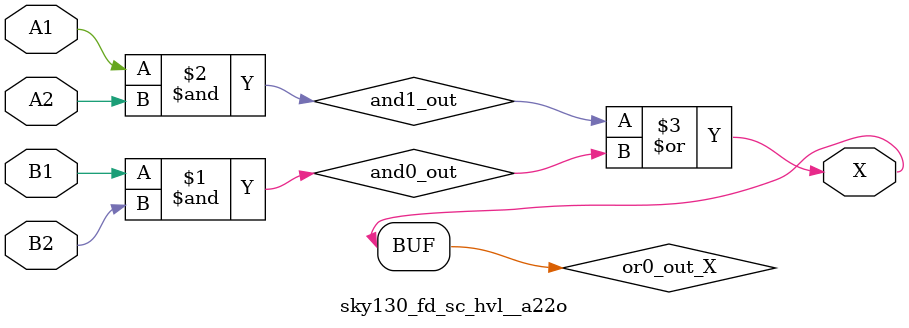
<source format=v>
/*
 * Copyright 2020 The SkyWater PDK Authors
 *
 * Licensed under the Apache License, Version 2.0 (the "License");
 * you may not use this file except in compliance with the License.
 * You may obtain a copy of the License at
 *
 *     https://www.apache.org/licenses/LICENSE-2.0
 *
 * Unless required by applicable law or agreed to in writing, software
 * distributed under the License is distributed on an "AS IS" BASIS,
 * WITHOUT WARRANTIES OR CONDITIONS OF ANY KIND, either express or implied.
 * See the License for the specific language governing permissions and
 * limitations under the License.
 *
 * SPDX-License-Identifier: Apache-2.0
*/


`ifndef SKY130_FD_SC_HVL__A22O_FUNCTIONAL_V
`define SKY130_FD_SC_HVL__A22O_FUNCTIONAL_V

/**
 * a22o: 2-input AND into both inputs of 2-input OR.
 *
 *       X = ((A1 & A2) | (B1 & B2))
 *
 * Verilog simulation functional model.
 */

`timescale 1ns / 1ps
`default_nettype none

`celldefine
module sky130_fd_sc_hvl__a22o (
    X ,
    A1,
    A2,
    B1,
    B2
);

    // Module ports
    output X ;
    input  A1;
    input  A2;
    input  B1;
    input  B2;

    // Local signals
    wire and0_out ;
    wire and1_out ;
    wire or0_out_X;

    //  Name  Output     Other arguments
    and and0 (and0_out , B1, B2            );
    and and1 (and1_out , A1, A2            );
    or  or0  (or0_out_X, and1_out, and0_out);
    buf buf0 (X        , or0_out_X         );

endmodule
`endcelldefine

`default_nettype wire
`endif  // SKY130_FD_SC_HVL__A22O_FUNCTIONAL_V
</source>
